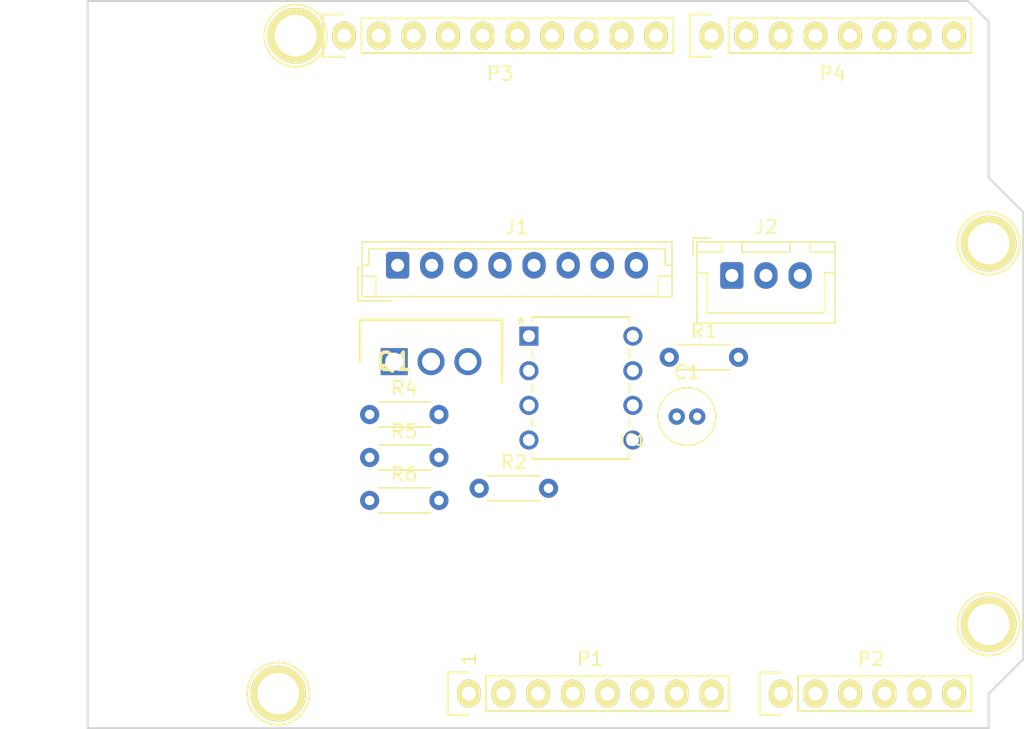
<source format=kicad_pcb>
(kicad_pcb (version 20211014) (generator pcbnew)
  (title_block (date "lun. 30 mars 2015"))
  (layers (0 "F.Cu" signal) (31 "B.Cu" signal) (34 "B.Paste" user) (35 "F.Paste" user) (36 "B.SilkS" user "B.Silkscreen") (37 "F.SilkS" user "F.Silkscreen") (38 "B.Mask" user) (39 "F.Mask" user) (44 "Edge.Cuts" user))
  (net 0 "")
  (net 1 "/IOREF")
  (net 2 "/Reset")
  (net 3 "+5V")
  (net 4 "GND")
  (net 5 "/Vin")
  (net 6 "/A0")
  (net 7 "Net-(C1-Pad2)")
  (net 8 "/A2")
  (net 9 "/A3")
  (net 10 "/AREF")
  (net 11 "/A4(SDA)")
  (net 12 "/A5(SCL)")
  (net 14 "/8")
  (net 15 "/7")
  (net 16 "/6(**)")
  (net 17 "/5(**)")
  (net 18 "/4")
  (net 19 "/3(**)")
  (net 20 "Net-(IC1-Pad2)")
  (net 21 "/1(Tx)")
  (net 22 "/0(Rx)")
  (net 23 "/VAOP")
  (net 26 "/TX")
  (net 27 "/13(SCK)")
  (net 28 "/RX")
  (net 30 "+3V3")
  (net 32 "/RST")
  (net 38 "/GAZ")
  (net 39 "/GATE")
  (net 44 "Net-(Q1-Pad1)")
  (net 45 "/GNDGAZ")
  (footprint "Socket_Arduino_Uno:Socket_Strip_Arduino_1x08" (layer "F.Cu") (at 138.938 123.825)
    (fp_text reference "P1" (at 8.89 -2.54) (layer "F.SilkS"))
    (fp_text value "Power")
    (fp_line (start 19.05 1.27) (end 19.05 -1.27) (layer "F.SilkS") (width 0.15))
    (fp_line (start 1.27 1.27) (end 19.05 1.27) (layer "F.SilkS") (width 0.15))
    (fp_line (start 19.05 -1.27) (end 1.27 -1.27) (layer "F.SilkS") (width 0.15))
    (fp_line (start 0 -1.55) (end -1.55 -1.55) (layer "F.SilkS") (width 0.15))
    (fp_line (start -1.55 -1.55) (end -1.55 1.55) (layer "F.SilkS") (width 0.15))
    (fp_line (start -1.55 1.55) (end 0 1.55) (layer "F.SilkS") (width 0.15))
    (fp_line (start 1.27 1.27) (end 1.27 -1.27) (layer "F.SilkS") (width 0.15))
    (pad "1" thru_hole oval locked (at 0 0) (size 1.7272 2.032) (drill 1.016) (layers *.Cu *.Mask "F.SilkS"))
    (pad "2" thru_hole oval locked (at 2.54 0) (size 1.7272 2.032) (drill 1.016) (layers *.Cu *.Mask "F.SilkS") (net 1 "/IOREF"))
    (pad "3" thru_hole oval locked (at 5.08 0) (size 1.7272 2.032) (drill 1.016) (layers *.Cu *.Mask "F.SilkS") (net 2 "/Reset"))
    (pad "4" thru_hole oval locked (at 7.62 0) (size 1.7272 2.032) (drill 1.016) (layers *.Cu *.Mask "F.SilkS") (net 30 "+3V3"))
    (pad "5" thru_hole oval locked (at 10.16 0) (size 1.7272 2.032) (drill 1.016) (layers *.Cu *.Mask "F.SilkS") (net 3 "+5V"))
    (pad "6" thru_hole oval locked (at 12.7 0) (size 1.7272 2.032) (drill 1.016) (layers *.Cu *.Mask "F.SilkS") (net 4 "GND"))
    (pad "7" thru_hole oval locked (at 15.24 0) (size 1.7272 2.032) (drill 1.016) (layers *.Cu *.Mask "F.SilkS") (net 4 "GND"))
    (pad "8" thru_hole oval locked (at 17.78 0) (size 1.7272 2.032) (drill 1.016) (layers *.Cu *.Mask "F.SilkS") (net 5 "/Vin"))
  )
  (footprint "Socket_Arduino_Uno:Socket_Strip_Arduino_1x06" (layer "F.Cu") (at 161.798 123.825)
    (fp_text reference "P2" (at 6.604 -2.54) (layer "F.SilkS"))
    (fp_text value "Analog")
    (fp_line (start 1.27 1.27) (end 1.27 -1.27) (layer "F.SilkS") (width 0.15))
    (fp_line (start 0 -1.55) (end -1.55 -1.55) (layer "F.SilkS") (width 0.15))
    (fp_line (start 13.97 -1.27) (end 1.27 -1.27) (layer "F.SilkS") (width 0.15))
    (fp_line (start 1.27 1.27) (end 13.97 1.27) (layer "F.SilkS") (width 0.15))
    (fp_line (start 13.97 1.27) (end 13.97 -1.27) (layer "F.SilkS") (width 0.15))
    (fp_line (start -1.55 -1.55) (end -1.55 1.55) (layer "F.SilkS") (width 0.15))
    (fp_line (start -1.55 1.55) (end 0 1.55) (layer "F.SilkS") (width 0.15))
    (pad "1" thru_hole oval locked (at 0 0) (size 1.7272 2.032) (drill 1.016) (layers *.Cu *.Mask "F.SilkS") (net 6 "/A0"))
    (pad "2" thru_hole oval locked (at 2.54 0) (size 1.7272 2.032) (drill 1.016) (layers *.Cu *.Mask "F.SilkS") (net 38 "/GAZ"))
    (pad "3" thru_hole oval locked (at 5.08 0) (size 1.7272 2.032) (drill 1.016) (layers *.Cu *.Mask "F.SilkS") (net 8 "/A2"))
    (pad "4" thru_hole oval locked (at 7.62 0) (size 1.7272 2.032) (drill 1.016) (layers *.Cu *.Mask "F.SilkS") (net 9 "/A3"))
    (pad "5" thru_hole oval locked (at 10.16 0) (size 1.7272 2.032) (drill 1.016) (layers *.Cu *.Mask "F.SilkS") (net 11 "/A4(SDA)"))
    (pad "6" thru_hole oval locked (at 12.7 0) (size 1.7272 2.032) (drill 1.016) (layers *.Cu *.Mask "F.SilkS") (net 12 "/A5(SCL)"))
  )
  (footprint "Socket_Arduino_Uno:Socket_Strip_Arduino_1x10" (layer "F.Cu") (at 129.794 75.565)
    (fp_text reference "P3" (at 11.43 2.794) (layer "F.SilkS"))
    (fp_text value "Digital")
    (fp_line (start -1.55 -1.55) (end -1.55 1.55) (layer "F.SilkS") (width 0.15))
    (fp_line (start 1.27 1.27) (end 24.13 1.27) (layer "F.SilkS") (width 0.15))
    (fp_line (start 24.13 1.27) (end 24.13 -1.27) (layer "F.SilkS") (width 0.15))
    (fp_line (start 24.13 -1.27) (end 1.27 -1.27) (layer "F.SilkS") (width 0.15))
    (fp_line (start 0 -1.55) (end -1.55 -1.55) (layer "F.SilkS") (width 0.15))
    (fp_line (start -1.55 1.55) (end 0 1.55) (layer "F.SilkS") (width 0.15))
    (fp_line (start 1.27 1.27) (end 1.27 -1.27) (layer "F.SilkS") (width 0.15))
    (pad "1" thru_hole oval locked (at 0 0) (size 1.7272 2.032) (drill 1.016) (layers *.Cu *.Mask "F.SilkS") (net 12 "/A5(SCL)"))
    (pad "2" thru_hole oval locked (at 2.54 0) (size 1.7272 2.032) (drill 1.016) (layers *.Cu *.Mask "F.SilkS") (net 11 "/A4(SDA)"))
    (pad "3" thru_hole oval locked (at 5.08 0) (size 1.7272 2.032) (drill 1.016) (layers *.Cu *.Mask "F.SilkS") (net 10 "/AREF"))
    (pad "4" thru_hole oval locked (at 7.62 0) (size 1.7272 2.032) (drill 1.016) (layers *.Cu *.Mask "F.SilkS") (net 4 "GND"))
    (pad "5" thru_hole oval locked (at 10.16 0) (size 1.7272 2.032) (drill 1.016) (layers *.Cu *.Mask "F.SilkS") (net 27 "/13(SCK)"))
    (pad "6" thru_hole oval locked (at 12.7 0) (size 1.7272 2.032) (drill 1.016) (layers *.Cu *.Mask "F.SilkS") (net 32 "/RST"))
    (pad "7" thru_hole oval locked (at 15.24 0) (size 1.7272 2.032) (drill 1.016) (layers *.Cu *.Mask "F.SilkS") (net 28 "/RX"))
    (pad "8" thru_hole oval locked (at 17.78 0) (size 1.7272 2.032) (drill 1.016) (layers *.Cu *.Mask "F.SilkS") (net 26 "/TX"))
    (pad "9" thru_hole oval locked (at 20.32 0) (size 1.7272 2.032) (drill 1.016) (layers *.Cu *.Mask "F.SilkS") (net 39 "/GATE"))
    (pad "10" thru_hole oval locked (at 22.86 0) (size 1.7272 2.032) (drill 1.016) (layers *.Cu *.Mask "F.SilkS") (net 14 "/8"))
  )
  (footprint "Socket_Arduino_Uno:Socket_Strip_Arduino_1x08" (layer "F.Cu") (at 156.718 75.565)
    (fp_text reference "P4" (at 8.89 2.794) (layer "F.SilkS"))
    (fp_text value "Digital")
    (fp_line (start 19.05 -1.27) (end 1.27 -1.27) (layer "F.SilkS") (width 0.15))
    (fp_line (start -1.55 1.55) (end 0 1.55) (layer "F.SilkS") (width 0.15))
    (fp_line (start 1.27 1.27) (end 19.05 1.27) (layer "F.SilkS") (width 0.15))
    (fp_line (start 1.27 1.27) (end 1.27 -1.27) (layer "F.SilkS") (width 0.15))
    (fp_line (start 0 -1.55) (end -1.55 -1.55) (layer "F.SilkS") (width 0.15))
    (fp_line (start 19.05 1.27) (end 19.05 -1.27) (layer "F.SilkS") (width 0.15))
    (fp_line (start -1.55 -1.55) (end -1.55 1.55) (layer "F.SilkS") (width 0.15))
    (pad "1" thru_hole oval locked (at 0 0) (size 1.7272 2.032) (drill 1.016) (layers *.Cu *.Mask "F.SilkS") (net 15 "/7"))
    (pad "2" thru_hole oval locked (at 2.54 0) (size 1.7272 2.032) (drill 1.016) (layers *.Cu *.Mask "F.SilkS") (net 16 "/6(**)"))
    (pad "3" thru_hole oval locked (at 5.08 0) (size 1.7272 2.032) (drill 1.016) (layers *.Cu *.Mask "F.SilkS") (net 17 "/5(**)"))
    (pad "4" thru_hole oval locked (at 7.62 0) (size 1.7272 2.032) (drill 1.016) (layers *.Cu *.Mask "F.SilkS") (net 18 "/4"))
    (pad "5" thru_hole oval locked (at 10.16 0) (size 1.7272 2.032) (drill 1.016) (layers *.Cu *.Mask "F.SilkS") (net 19 "/3(**)"))
    (pad "6" thru_hole oval locked (at 12.7 0) (size 1.7272 2.032) (drill 1.016) (layers *.Cu *.Mask "F.SilkS") (net 23 "/VAOP"))
    (pad "7" thru_hole oval locked (at 15.24 0) (size 1.7272 2.032) (drill 1.016) (layers *.Cu *.Mask "F.SilkS") (net 21 "/1(Tx)"))
    (pad "8" thru_hole oval locked (at 17.78 0) (size 1.7272 2.032) (drill 1.016) (layers *.Cu *.Mask "F.SilkS") (net 22 "/0(Rx)"))
  )
  (footprint "Socket_Arduino_Uno:Arduino_1pin" (layer "F.Cu") (at 124.968 123.825)
    (fp_text reference "P5" hide)
    (fp_text value "CONN_01X01" hide)
    (fp_circle (center 0 0) (end 0 -2.286) (layer "F.SilkS") (width 0.15) (fill none))
    (pad "1" thru_hole circle locked (at 0 0) (size 4.064 4.064) (drill 3.048) (layers *.Cu *.Mask "F.SilkS"))
  )
  (footprint "Socket_Arduino_Uno:Arduino_1pin" (layer "F.Cu") (at 177.038 118.745)
    (fp_text reference "P6" hide)
    (fp_text value "CONN_01X01" hide)
    (fp_circle (center 0 0) (end 0 -2.286) (layer "F.SilkS") (width 0.15) (fill none))
    (pad "1" thru_hole circle locked (at 0 0) (size 4.064 4.064) (drill 3.048) (layers *.Cu *.Mask "F.SilkS"))
  )
  (footprint "Socket_Arduino_Uno:Arduino_1pin" (layer "F.Cu") (at 126.238 75.565)
    (fp_text reference "P7" hide)
    (fp_text value "CONN_01X01" hide)
    (fp_circle (center 0 0) (end 0 -2.286) (layer "F.SilkS") (width 0.15) (fill none))
    (pad "1" thru_hole circle locked (at 0 0) (size 4.064 4.064) (drill 3.048) (layers *.Cu *.Mask "F.SilkS"))
  )
  (footprint "Socket_Arduino_Uno:Arduino_1pin" (layer "F.Cu") (at 177.038 90.805)
    (fp_text reference "P8" hide)
    (fp_text value "CONN_01X01" hide)
    (fp_circle (center 0 0) (end 0 -2.286) (layer "F.SilkS") (width 0.15) (fill none))
    (pad "1" thru_hole circle locked (at 0 0) (size 4.064 4.064) (drill 3.048) (layers *.Cu *.Mask "F.SilkS"))
  )
  (footprint "Resistor_THT:R_Axial_DIN0204_L3.6mm_D1.6mm_P5.08mm_Horizontal" (layer "F.Cu") (at 139.698 108.765)
    (fp_text reference "R2" (at 2.54 -1.92) (layer "F.SilkS"))
    (fp_text value "1M")
    (fp_line (start 0.62 0.92) (end 4.46 0.92) (layer "F.SilkS") (width 0.12))
    (fp_line (start 0.62 -0.92) (end 4.46 -0.92) (layer "F.SilkS") (width 0.12))
    (pad "1" thru_hole circle locked (at 0 0) (size 1.4 1.4) (drill 0.7) (layers *.Cu *.Mask) (net 7 "Net-(C1-Pad2)"))
    (pad "2" thru_hole oval locked (at 5.08 0) (size 1.4 1.4) (drill 0.7) (layers *.Cu *.Mask) (net 23 "/VAOP"))
  )
  (footprint "IRF520:TO270P460X1020X2008-3P" (layer "F.Cu") (at 133.468 99.475)
    (fp_text reference "Q1" (at 0 0) (layer "F.SilkS") (effects (font (size 1.27 1.27) (thickness 0.254))))
    (fp_text value "IRF520" hide)
    (fp_line (start -2.5 -3.07) (end -2.5 0) (layer "F.SilkS") (width 0.2))
    (fp_line (start 7.9 1.53) (end 7.9 -3.07) (layer "F.SilkS") (width 0.2))
    (fp_line (start 7.9 -3.07) (end -2.5 -3.07) (layer "F.SilkS") (width 0.2))
    (pad "1" thru_hole rect locked (at 0 0) (size 1.98 1.98) (drill 1.32) (layers *.Cu *.Mask) (net 44 "Net-(Q1-Pad1)"))
    (pad "2" thru_hole circle locked (at 2.7 0) (size 1.98 1.98) (drill 1.32) (layers *.Cu *.Mask) (net 45 "/GNDGAZ"))
    (pad "3" thru_hole circle locked (at 5.4 0) (size 1.98 1.98) (drill 1.32) (layers *.Cu *.Mask) (net 4 "GND"))
  )
  (footprint "ltc 1050:PDIP-8_N" (layer "F.Cu") (at 150.9615 105.2232)
    (fp_text reference "IC1" (at 0 0) (layer "F.SilkS") (effects (font (size 0.787402 0.787402))))
    (fp_text value "LTC1050CS8#PBF")
    (fp_text user "*" (at -8.2042 -8.4328) (layer "F.SilkS"))
    (fp_line (start -7.366 -1.5494) (end -7.366 -0.9906) (layer "F.SilkS") (width 0.1524))
    (fp_line (start -0.254 -3.5306) (end -0.254 -4.0894) (layer "F.SilkS") (width 0.1524))
    (fp_line (start -7.366 0.9906) (end -7.366 1.397) (layer "F.SilkS") (width 0.1524))
    (fp_line (start -7.366 -6.5786) (end -7.366 -6.0706) (layer "F.SilkS") (width 0.1524))
    (fp_line (start -0.254 -8.6106) (end -0.254 -9.017) (layer "F.SilkS") (width 0.1524))
    (fp_line (start -0.254 1.397) (end -0.254 0.9906) (layer "F.SilkS") (width 0.1524))
    (fp_line (start -0.254 -6.0706) (end -0.254 -6.6294) (layer "F.SilkS") (width 0.1524))
    (fp_line (start -0.254 -0.9906) (end -0.254 -1.5494) (layer "F.SilkS") (width 0.1524))
    (fp_line (start -0.254 -9.017) (end -7.366 -9.017) (layer "F.SilkS") (width 0.1524))
    (fp_line (start -7.366 1.397) (end -0.254 1.397) (layer "F.SilkS") (width 0.1524))
    (fp_line (start -7.366 -4.0894) (end -7.366 -3.5306) (layer "F.SilkS") (width 0.1524))
    (fp_line (start -7.366 -9.017) (end -7.366 -8.6614) (layer "F.SilkS") (width 0.1524))
    (pad "1" thru_hole rect locked (at -7.62 -7.62) (size 1.397 1.397) (drill 0.889) (layers *.Cu *.Mask))
    (pad "2" thru_hole circle locked (at -7.62 -5.08) (size 1.397 1.397) (drill 0.889) (layers *.Cu *.Mask) (net 20 "Net-(IC1-Pad2)"))
    (pad "3" thru_hole circle locked (at -7.62 -2.54) (size 1.397 1.397) (drill 0.889) (layers *.Cu *.Mask) (net 23 "/VAOP"))
    (pad "4" thru_hole circle locked (at -7.62 0) (size 1.397 1.397) (drill 0.889) (layers *.Cu *.Mask) (net 4 "GND"))
    (pad "5" thru_hole circle locked (at 0 0) (size 1.397 1.397) (drill 0.889) (layers *.Cu *.Mask))
    (pad "6" thru_hole circle locked (at 0 -2.54) (size 1.397 1.397) (drill 0.889) (layers *.Cu *.Mask) (net 23 "/VAOP"))
    (pad "7" thru_hole circle locked (at 0 -5.08) (size 1.397 1.397) (drill 0.889) (layers *.Cu *.Mask) (net 30 "+3V3"))
    (pad "8" thru_hole circle locked (at 0 -7.62) (size 1.397 1.397) (drill 0.889) (layers *.Cu *.Mask))
  )
  (footprint "Resistor_THT:R_Axial_DIN0204_L3.6mm_D1.6mm_P5.08mm_Horizontal" (layer "F.Cu") (at 131.668 103.355)
    (fp_text reference "R4" (at 2.54 -1.92) (layer "F.SilkS"))
    (fp_text value "1M")
    (fp_line (start 0.62 0.92) (end 4.46 0.92) (layer "F.SilkS") (width 0.12))
    (fp_line (start 0.62 -0.92) (end 4.46 -0.92) (layer "F.SilkS") (width 0.12))
    (pad "1" thru_hole circle locked (at 0 0) (size 1.4 1.4) (drill 0.7) (layers *.Cu *.Mask) (net 3 "+5V"))
    (pad "2" thru_hole oval locked (at 5.08 0) (size 1.4 1.4) (drill 0.7) (layers *.Cu *.Mask) (net 23 "/VAOP"))
  )
  (footprint "Resistor_THT:R_Axial_DIN0204_L3.6mm_D1.6mm_P5.08mm_Horizontal" (layer "F.Cu") (at 131.668 106.505)
    (fp_text reference "R5" (at 2.54 -1.92) (layer "F.SilkS"))
    (fp_text value "1M")
    (fp_line (start 0.62 -0.92) (end 4.46 -0.92) (layer "F.SilkS") (width 0.12))
    (fp_line (start 0.62 0.92) (end 4.46 0.92) (layer "F.SilkS") (width 0.12))
    (pad "1" thru_hole circle locked (at 0 0) (size 1.4 1.4) (drill 0.7) (layers *.Cu *.Mask) (net 23 "/VAOP"))
    (pad "2" thru_hole oval locked (at 5.08 0) (size 1.4 1.4) (drill 0.7) (layers *.Cu *.Mask) (net 4 "GND"))
  )
  (footprint "Capacitor_THT:C_Radial_D4.0mm_H5.0mm_P1.50mm" (layer "F.Cu") (at 154.178 103.505)
    (fp_text reference "C1" (at 0.75 -3.25) (layer "F.SilkS"))
    (fp_text value "100u")
    (fp_circle (center 0.75 0) (end 2.87 0) (layer "F.SilkS") (width 0.12) (fill none))
    (pad "1" thru_hole circle locked (at 0 0) (size 1.2 1.2) (drill 0.6) (layers *.Cu *.Mask) (net 3 "+5V"))
    (pad "2" thru_hole circle locked (at 1.5 0) (size 1.2 1.2) (drill 0.6) (layers *.Cu *.Mask) (net 7 "Net-(C1-Pad2)"))
  )
  (footprint "Resistor_THT:R_Axial_DIN0204_L3.6mm_D1.6mm_P5.08mm_Horizontal" (layer "F.Cu") (at 131.668 109.655)
    (fp_text reference "R6" (at 2.54 -1.92) (layer "F.SilkS"))
    (fp_text value "1M")
    (fp_line (start 0.62 0.92) (end 4.46 0.92) (layer "F.SilkS") (width 0.12))
    (fp_line (start 0.62 -0.92) (end 4.46 -0.92) (layer "F.SilkS") (width 0.12))
    (pad "1" thru_hole circle locked (at 0 0) (size 1.4 1.4) (drill 0.7) (layers *.Cu *.Mask) (net 39 "/GATE"))
    (pad "2" thru_hole oval locked (at 5.08 0) (size 1.4 1.4) (drill 0.7) (layers *.Cu *.Mask) (net 44 "Net-(Q1-Pad1)"))
  )
  (footprint "Connector_JST:JST_XH_B3B-XH-A_1x03_P2.50mm_Vertical" (layer "F.Cu") (at 158.218 93.155)
    (fp_text reference "J2" (at 2.5 -3.55) (layer "F.SilkS"))
    (fp_text value "Conn_GAZ")
    (fp_line (start 7.55 -0.2) (end 6.8 -0.2) (layer "F.SilkS") (width 0.12))
    (fp_line (start -0.75 -1.7) (end -0.75 -2.45) (layer "F.SilkS") (width 0.12))
    (fp_line (start 7.55 -1.7) (end 7.55 -2.45) (layer "F.SilkS") (width 0.12))
    (fp_line (start -2.85 -2.75) (end -2.85 -1.5) (layer "F.SilkS") (width 0.12))
    (fp_line (start -2.55 -0.2) (end -1.8 -0.2) (layer "F.SilkS") (width 0.12))
    (fp_line (start -2.55 -1.7) (end -0.75 -1.7) (layer "F.SilkS") (width 0.12))
    (fp_line (start -2.55 -2.45) (end -2.55 -1.7) (layer "F.SilkS") (width 0.12))
    (fp_line (start 6.8 -0.2) (end 6.8 2.75) (layer "F.SilkS") (width 0.12))
    (fp_line (start -2.56 -2.46) (end -2.56 3.51) (layer "F.SilkS") (width 0.12))
    (fp_line (start -1.6 -2.75) (end -2.85 -2.75) (layer "F.SilkS") (width 0.12))
    (fp_line (start 4.25 -2.45) (end 0.75 -2.45) (layer "F.SilkS") (width 0.12))
    (fp_line (start 7.55 -2.45) (end 5.75 -2.45) (layer "F.SilkS") (width 0.12))
    (fp_line (start 5.75 -1.7) (end 7.55 -1.7) (layer "F.SilkS") (width 0.12))
    (fp_line (start 5.75 -2.45) (end 5.75 -1.7) (layer "F.SilkS") (width 0.12))
    (fp_line (start 7.56 -2.46) (end -2.56 -2.46) (layer "F.SilkS") (width 0.12))
    (fp_line (start 0.75 -1.7) (end 4.25 -1.7) (layer "F.SilkS") (width 0.12))
    (fp_line (start 0.75 -2.45) (end 0.75 -1.7) (layer "F.SilkS") (width 0.12))
    (fp_line (start 7.56 3.51) (end 7.56 -2.46) (layer "F.SilkS") (width 0.12))
    (fp_line (start -0.75 -2.45) (end -2.55 -2.45) (layer "F.SilkS") (width 0.12))
    (fp_line (start -1.8 2.75) (end 2.5 2.75) (layer "F.SilkS") (width 0.12))
    (fp_line (start -2.56 3.51) (end 7.56 3.51) (layer "F.SilkS") (width 0.12))
    (fp_line (start -1.8 -0.2) (end -1.8 2.75) (layer "F.SilkS") (width 0.12))
    (fp_line (start 4.25 -1.7) (end 4.25 -2.45) (layer "F.SilkS") (width 0.12))
    (fp_line (start 6.8 2.75) (end 2.5 2.75) (layer "F.SilkS") (width 0.12))
    (pad "1" thru_hole roundrect locked (at 0 0) (size 1.7 1.95) (drill 0.95) (layers *.Cu *.Mask) (roundrect_rratio 0.147059))
    (pad "2" thru_hole oval locked (at 2.5 0) (size 1.7 1.95) (drill 0.95) (layers *.Cu *.Mask))
    (pad "3" thru_hole oval locked (at 5 0) (size 1.7 1.95) (drill 0.95) (layers *.Cu *.Mask))
  )
  (footprint "Resistor_THT:R_Axial_DIN0204_L3.6mm_D1.6mm_P5.08mm_Horizontal" (layer "F.Cu") (at 153.628 99.155)
    (fp_text reference "R1" (at 2.54 -1.92) (layer "F.SilkS"))
    (fp_text value "1M")
    (fp_line (start 0.62 0.92) (end 4.46 0.92) (layer "F.SilkS") (width 0.12))
    (fp_line (start 0.62 -0.92) (end 4.46 -0.92) (layer "F.SilkS") (width 0.12))
    (pad "1" thru_hole circle locked (at 0 0) (size 1.4 1.4) (drill 0.7) (layers *.Cu *.Mask) (net 20 "Net-(IC1-Pad2)"))
    (pad "2" thru_hole oval locked (at 5.08 0) (size 1.4 1.4) (drill 0.7) (layers *.Cu *.Mask) (net 7 "Net-(C1-Pad2)"))
  )
  (footprint "Connector_JST:JST_EH_B8B-EH-A_1x08_P2.50mm_Vertical" (layer "F.Cu") (at 133.718 92.405)
    (fp_text reference "J1" (at 8.75 -2.8) (layer "F.SilkS"))
    (fp_text value "connecteur_antenne_lora")
    (fp_line (start -2.11 -1.21) (end 19.61 -1.21) (layer "F.SilkS") (width 0.12))
    (fp_line (start -2.61 -1.71) (end -2.61 2.31) (layer "F.SilkS") (width 0.12))
    (fp_line (start 19.11 0.81) (end 19.11 2.31) (layer "F.SilkS") (width 0.12))
    (fp_line (start -2.61 2.31) (end 20.11 2.31) (layer "F.SilkS") (width 0.12))
    (fp_line (start 20.11 -1.71) (end -2.61 -1.71) (layer "F.SilkS") (width 0.12))
    (fp_line (start 20.11 0.81) (end 19.11 0.81) (layer "F.SilkS") (width 0.12))
    (fp_line (start -2.61 0) (end -2.11 0) (layer "F.SilkS") (width 0.12))
    (fp_line (start -1.61 0.81) (end -1.61 2.31) (layer "F.SilkS") (width 0.12))
    (fp_line (start -2.91 0.11) (end -2.91 2.61) (layer "F.SilkS") (width 0.12))
    (fp_line (start 20.11 2.31) (end 20.11 -1.71) (layer "F.SilkS") (width 0.12))
    (fp_line (start -2.91 2.61) (end -0.41 2.61) (layer "F.SilkS") (width 0.12))
    (fp_line (start -2.61 0.81) (end -1.61 0.81) (layer "F.SilkS") (width 0.12))
    (fp_line (start -2.11 0) (end -2.11 -1.21) (layer "F.SilkS") (width 0.12))
    (fp_line (start 19.61 0) (end 20.11 0) (layer "F.SilkS") (width 0.12))
    (fp_line (start 19.61 -1.21) (end 19.61 0) (layer "F.SilkS") (width 0.12))
    (pad "1" thru_hole roundrect locked (at 0 0) (size 1.7 1.95) (drill 0.95) (layers *.Cu *.Mask) (roundrect_rratio 0.147059) (net 26 "/TX"))
    (pad "2" thru_hole oval locked (at 2.5 0) (size 1.7 1.95) (drill 0.95) (layers *.Cu *.Mask) (net 28 "/RX"))
    (pad "3" thru_hole oval locked (at 5 0) (size 1.7 1.95) (drill 0.95) (layers *.Cu *.Mask))
    (pad "4" thru_hole oval locked (at 7.5 0) (size 1.7 1.95) (drill 0.95) (layers *.Cu *.Mask))
    (pad "5" thru_hole oval locked (at 10 0) (size 1.7 1.95) (drill 0.95) (layers *.Cu *.Mask) (net 32 "/RST"))
    (pad "6" thru_hole oval locked (at 12.5 0) (size 1.7 1.95) (drill 0.95) (layers *.Cu *.Mask) (net 30 "+3V3"))
    (pad "7" thru_hole oval locked (at 15 0) (size 1.7 1.95) (drill 0.95) (layers *.Cu *.Mask))
    (pad "8" thru_hole oval locked (at 17.5 0) (size 1.7 1.95) (drill 0.95) (layers *.Cu *.Mask) (net 4 "GND"))
  )
  (gr_line (start 179.578 88.519) (end 177.038 85.979) (layer "Edge.Cuts") (width 0.15))
  (gr_line (start 177.038 126.365) (end 177.038 123.825) (layer "Edge.Cuts") (width 0.15))
  (gr_line (start 177.038 74.549) (end 175.514 73.025) (layer "Edge.Cuts") (width 0.15))
  (gr_line (start 177.038 123.825) (end 179.578 121.285) (layer "Edge.Cuts") (width 0.15))
  (gr_line (start 110.998 73.025) (end 110.998 126.365) (layer "Edge.Cuts") (width 0.15))
  (gr_line (start 179.578 121.285) (end 179.578 88.519) (layer "Edge.Cuts") (width 0.15))
  (gr_line (start 110.998 126.365) (end 177.038 126.365) (layer "Edge.Cuts") (width 0.15))
  (gr_line (start 175.514 73.025) (end 110.998 73.025) (layer "Edge.Cuts") (width 0.15))
  (gr_line (start 177.038 85.979) (end 177.038 74.549) (layer "Edge.Cuts") (width 0.15))
  (gr_text "1" (at 138.938 121.285 90) (layer "F.SilkS") (effects (font (size 1 1))))
)
</source>
